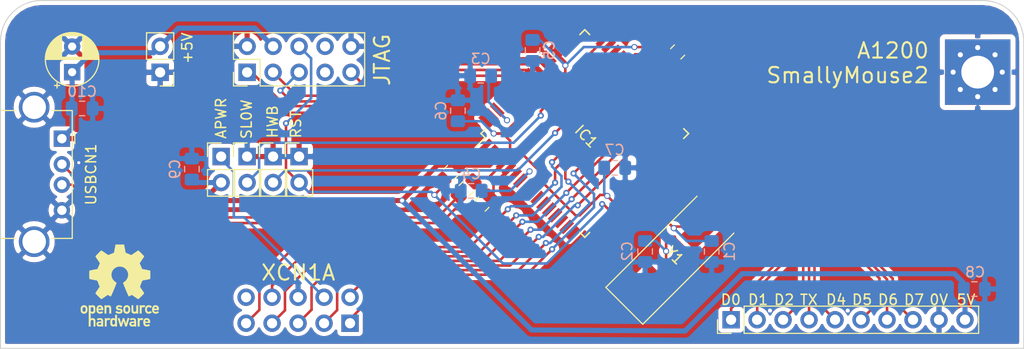
<source format=kicad_pcb>
(kicad_pcb (version 20171130) (host pcbnew "(5.1.5)-3")
  (title_block (title SmallyMouse2) (date 2017-05-27) (rev 2.0) (company http://www.WaitingForFriday.com) (comment 1 "(c)2017 Simon Inns") (comment 2 "License: Attribution-ShareAlike 4.0 International (CC BY-SA 4.0)"))
  (layers (0 F.Cu signal hide) (31 B.Cu signal) (34 B.Paste user) (35 F.Paste user hide) (36 B.SilkS user) (37 F.SilkS user hide) (38 B.Mask user) (39 F.Mask user hide) (44 Edge.Cuts user))
  (net 0 "")
  (net 1 "Net-(C1-Pad1)")
  (net 2 GND)
  (net 3 "Net-(C2-Pad1)")
  (net 4 "Net-(C3-Pad1)")
  (net 5 "Net-(C4-Pad1)")
  (net 6 +5V)
  (net 7 "Net-(IC1-Pad1)")
  (net 8 "Net-(IC1-Pad2)")
  (net 9 "Net-(IC1-Pad4)")
  (net 10 "Net-(IC1-Pad5)")
  (net 11 "Net-(IC1-Pad9)")
  (net 12 "Net-(IC1-Pad10)")
  (net 13 "Net-(IC1-Pad11)")
  (net 14 "Net-(IC1-Pad12)")
  (net 15 "Net-(IC1-Pad13)")
  (net 16 "Net-(IC1-Pad14)")
  (net 17 "Net-(IC1-Pad15)")
  (net 18 "Net-(IC1-Pad16)")
  (net 19 "Net-(IC1-Pad17)")
  (net 20 "Net-(IC1-Pad18)")
  (net 21 "Net-(IC1-Pad19)")
  (net 22 "Net-(IC1-Pad25)")
  (net 23 "Net-(IC1-Pad26)")
  (net 24 "Net-(IC1-Pad27)")
  (net 25 "Net-(IC1-Pad28)")
  (net 26 "Net-(IC1-Pad29)")
  (net 27 "Net-(IC1-Pad30)")
  (net 28 "Net-(IC1-Pad31)")
  (net 29 "Net-(IC1-Pad32)")
  (net 30 "Net-(IC1-Pad33)")
  (net 31 "Net-(IC1-Pad34)")
  (net 32 X1)
  (net 33 Y1)
  (net 34 X2)
  (net 35 Y2)
  (net 36 L_Button)
  (net 37 M_Button)
  (net 38 R_Button)
  (net 39 "Net-(IC1-Pad42)")
  (net 40 "Net-(IC1-Pad43)")
  (net 41 "Net-(IC1-Pad44)")
  (net 42 "Net-(IC1-Pad45)")
  (net 43 "Net-(IC1-Pad46)")
  (net 44 "Net-(IC1-Pad47)")
  (net 45 "Net-(IC1-Pad48)")
  (net 46 "Net-(IC1-Pad49)")
  (net 47 "Net-(IC1-Pad50)")
  (net 48 "Net-(IC1-Pad51)")
  (net 49 "Net-(IC1-Pad58)")
  (net 50 "Net-(IC1-Pad59)")
  (net 51 "Net-(IC1-Pad60)")
  (net 52 "Net-(IC1-Pad61)")
  (net 53 "Net-(P1-Pad3)")
  (net 54 "Net-(P1-Pad2)")
  (net 55 "Net-(J3-Pad10)")
  (net 56 "Net-(J4-Pad8)")
  (net 57 "Net-(J4-Pad7)")
  (net 58 /RST)
  (net 59 /TDI)
  (net 60 /TDO)
  (net 61 /TMS)
  (net 62 /TCK)
  (net 63 "Net-(J3-Pad7)")
  (module Connector_PinHeader_2.54mm:PinHeader_2x05_P2.54mm_Horizontal (layer F.Cu) (at 124.16 55 270)
    (fp_text reference J3 hide)
    (fp_text value XCN1A)
    (pad 5 thru_hole oval (at 2.54 10.16 270) (size 1.7 1.7) (drill 1) (layers *.Cu *.Mask) (net 37 M_Button))
    (pad 10 thru_hole oval (at 0 10.16 270) (size 1.7 1.7) (drill 1) (layers *.Cu *.Mask) (net 55 "Net-(J3-Pad10)"))
    (pad 4 thru_hole oval (at 2.54 7.62 270) (size 1.7 1.7) (drill 1) (layers *.Cu *.Mask) (net 34 X2))
    (pad 9 thru_hole oval (at 0 7.62 270) (size 1.7 1.7) (drill 1) (layers *.Cu *.Mask) (net 38 R_Button))
    (pad 3 thru_hole oval (at 2.54 5.08 270) (size 1.7 1.7) (drill 1) (layers *.Cu *.Mask) (net 33 Y1))
    (pad 8 thru_hole oval (at 0 5.08 270) (size 1.7 1.7) (drill 1) (layers *.Cu *.Mask) (net 2 GND))
    (pad 2 thru_hole oval (at 2.54 2.54 270) (size 1.7 1.7) (drill 1) (layers *.Cu *.Mask) (net 32 X1))
    (pad 7 thru_hole oval (at 0 2.54 270) (size 1.7 1.7) (drill 1) (layers *.Cu *.Mask) (net 63 "Net-(J3-Pad7)"))
    (pad 1 thru_hole rect (at 2.54 0 270) (size 1.7 1.7) (drill 1) (layers *.Cu *.Mask) (net 35 Y2))
    (pad 6 thru_hole circle (at 0 0 270) (size 1.7 1.7) (drill 1) (layers *.Cu *.Mask) (net 36 L_Button))
  )
  (module Connector_PinHeader_2.54mm:PinHeader_1x10_P2.54mm_Vertical (layer F.Cu) (at 161.4 57.2 90)
    (fp_text reference J1)
    (fp_text value "Exp Header")
    (pad 10 thru_hole oval (at 0 22.86 90) (size 1.7 1.7) (drill 1) (layers *.Cu *.Mask) (net 6 +5V))
    (pad 9 thru_hole oval (at 0 20.32 90) (size 1.7 1.7) (drill 1) (layers *.Cu *.Mask) (net 2 GND))
    (pad 8 thru_hole oval (at 0 17.78 90) (size 1.7 1.7) (drill 1) (layers *.Cu *.Mask) (net 29 "Net-(IC1-Pad32)"))
    (pad 7 thru_hole oval (at 0 15.24 90) (size 1.7 1.7) (drill 1) (layers *.Cu *.Mask) (net 28 "Net-(IC1-Pad31)"))
    (pad 6 thru_hole oval (at 0 12.7 90) (size 1.7 1.7) (drill 1) (layers *.Cu *.Mask) (net 27 "Net-(IC1-Pad30)"))
    (pad 5 thru_hole oval (at 0 10.16 90) (size 1.7 1.7) (drill 1) (layers *.Cu *.Mask) (net 26 "Net-(IC1-Pad29)"))
    (pad 4 thru_hole oval (at 0 7.62 90) (size 1.7 1.7) (drill 1) (layers *.Cu *.Mask) (net 25 "Net-(IC1-Pad28)"))
    (pad 3 thru_hole oval (at 0 5.08 90) (size 1.7 1.7) (drill 1) (layers *.Cu *.Mask) (net 24 "Net-(IC1-Pad27)"))
    (pad 2 thru_hole oval (at 0 2.54 90) (size 1.7 1.7) (drill 1) (layers *.Cu *.Mask) (net 23 "Net-(IC1-Pad26)"))
    (pad 1 thru_hole rect (at 0 0 90) (size 1.7 1.7) (drill 1) (layers *.Cu *.Mask) (net 22 "Net-(IC1-Pad25)"))
  )
  (module Connector_PinHeader_2.54mm:PinHeader_1x02_P2.54mm_Vertical (layer F.Cu) (at 119.18 41.25)
    (fp_text reference J6)
    (fp_text value Reset)
    (pad 2 thru_hole oval (at 0 2.54) (size 1.7 1.7) (drill 1) (layers *.Cu *.Mask) (net 58 /RST))
    (pad 1 thru_hole rect (at 0 0) (size 1.7 1.7) (drill 1) (layers *.Cu *.Mask) (net 2 GND))
  )
  (module Package_QFP:TQFP-64_14x14mm_P0.8mm (layer F.Cu) (at 147.1 39 45)
    (fp_text reference IC1 (at -0.1 0.3 135) (layer F.SilkS))
    (fp_text value AT90USB1287)
    (pad 64 smd rect (at -6 -7.7 135) (size 1.5 0.55) (layers F.Cu F.Paste F.Mask) (net 6 +5V))
    (pad 63 smd rect (at -5.2 -7.7 135) (size 1.5 0.55) (layers F.Cu F.Paste F.Mask) (net 2 GND))
    (pad 62 smd rect (at -4.4 -7.7 135) (size 1.5 0.55) (layers F.Cu F.Paste F.Mask) (net 4 "Net-(C3-Pad1)"))
    (pad 61 smd rect (at -3.6 -7.7 135) (size 1.5 0.55) (layers F.Cu F.Paste F.Mask) (net 52 "Net-(IC1-Pad61)"))
    (pad 60 smd rect (at -2.8 -7.7 135) (size 1.5 0.55) (layers F.Cu F.Paste F.Mask) (net 51 "Net-(IC1-Pad60)"))
    (pad 59 smd rect (at -2 -7.7 135) (size 1.5 0.55) (layers F.Cu F.Paste F.Mask) (net 50 "Net-(IC1-Pad59)"))
    (pad 58 smd rect (at -1.2 -7.7 135) (size 1.5 0.55) (layers F.Cu F.Paste F.Mask) (net 49 "Net-(IC1-Pad58)"))
    (pad 57 smd rect (at -0.4 -7.7 135) (size 1.5 0.55) (layers F.Cu F.Paste F.Mask) (net 62 /TCK))
    (pad 56 smd rect (at 0.4 -7.7 135) (size 1.5 0.55) (layers F.Cu F.Paste F.Mask) (net 61 /TMS))
    (pad 55 smd rect (at 1.2 -7.7 135) (size 1.5 0.55) (layers F.Cu F.Paste F.Mask) (net 60 /TDO))
    (pad 54 smd rect (at 2 -7.7 135) (size 1.5 0.55) (layers F.Cu F.Paste F.Mask) (net 59 /TDI))
    (pad 53 smd rect (at 2.8 -7.7 135) (size 1.5 0.55) (layers F.Cu F.Paste F.Mask) (net 2 GND))
    (pad 52 smd rect (at 3.6 -7.7 135) (size 1.5 0.55) (layers F.Cu F.Paste F.Mask) (net 6 +5V))
    (pad 51 smd rect (at 4.4 -7.7 135) (size 1.5 0.55) (layers F.Cu F.Paste F.Mask) (net 48 "Net-(IC1-Pad51)"))
    (pad 50 smd rect (at 5.2 -7.7 135) (size 1.5 0.55) (layers F.Cu F.Paste F.Mask) (net 47 "Net-(IC1-Pad50)"))
    (pad 49 smd rect (at 6 -7.7 135) (size 1.5 0.55) (layers F.Cu F.Paste F.Mask) (net 46 "Net-(IC1-Pad49)"))
    (pad 48 smd rect (at 7.7 -6 45) (size 1.5 0.55) (layers F.Cu F.Paste F.Mask) (net 45 "Net-(IC1-Pad48)"))
    (pad 47 smd rect (at 7.7 -5.2 45) (size 1.5 0.55) (layers F.Cu F.Paste F.Mask) (net 44 "Net-(IC1-Pad47)"))
    (pad 46 smd rect (at 7.7 -4.4 45) (size 1.5 0.55) (layers F.Cu F.Paste F.Mask) (net 43 "Net-(IC1-Pad46)"))
    (pad 45 smd rect (at 7.7 -3.6 45) (size 1.5 0.55) (layers F.Cu F.Paste F.Mask) (net 42 "Net-(IC1-Pad45)"))
    (pad 44 smd rect (at 7.7 -2.8 45) (size 1.5 0.55) (layers F.Cu F.Paste F.Mask) (net 41 "Net-(IC1-Pad44)"))
    (pad 43 smd rect (at 7.7 -2 45) (size 1.5 0.55) (layers F.Cu F.Paste F.Mask) (net 40 "Net-(IC1-Pad43)"))
    (pad 42 smd rect (at 7.7 -1.2 45) (size 1.5 0.55) (layers F.Cu F.Paste F.Mask) (net 39 "Net-(IC1-Pad42)"))
    (pad 41 smd rect (at 7.7 -0.4 45) (size 1.5 0.55) (layers F.Cu F.Paste F.Mask) (net 38 R_Button))
    (pad 40 smd rect (at 7.7 0.4 45) (size 1.5 0.55) (layers F.Cu F.Paste F.Mask) (net 37 M_Button))
    (pad 39 smd rect (at 7.7 1.2 45) (size 1.5 0.55) (layers F.Cu F.Paste F.Mask) (net 36 L_Button))
    (pad 38 smd rect (at 7.7 2 45) (size 1.5 0.55) (layers F.Cu F.Paste F.Mask) (net 35 Y2))
    (pad 37 smd rect (at 7.7 2.8 45) (size 1.5 0.55) (layers F.Cu F.Paste F.Mask) (net 34 X2))
    (pad 36 smd rect (at 7.7 3.6 45) (size 1.5 0.55) (layers F.Cu F.Paste F.Mask) (net 33 Y1))
    (pad 35 smd rect (at 7.7 4.4 45) (size 1.5 0.55) (layers F.Cu F.Paste F.Mask) (net 32 X1))
    (pad 34 smd rect (at 7.7 5.2 45) (size 1.5 0.55) (layers F.Cu F.Paste F.Mask) (net 31 "Net-(IC1-Pad34)"))
    (pad 33 smd rect (at 7.7 6 45) (size 1.5 0.55) (layers F.Cu F.Paste F.Mask) (net 30 "Net-(IC1-Pad33)"))
    (pad 32 smd rect (at 6 7.7 135) (size 1.5 0.55) (layers F.Cu F.Paste F.Mask) (net 29 "Net-(IC1-Pad32)"))
    (pad 31 smd rect (at 5.2 7.7 135) (size 1.5 0.55) (layers F.Cu F.Paste F.Mask) (net 28 "Net-(IC1-Pad31)"))
    (pad 30 smd rect (at 4.4 7.7 135) (size 1.5 0.55) (layers F.Cu F.Paste F.Mask) (net 27 "Net-(IC1-Pad30)"))
    (pad 29 smd rect (at 3.6 7.7 135) (size 1.5 0.55) (layers F.Cu F.Paste F.Mask) (net 26 "Net-(IC1-Pad29)"))
    (pad 28 smd rect (at 2.8 7.7 135) (size 1.5 0.55) (layers F.Cu F.Paste F.Mask) (net 25 "Net-(IC1-Pad28)"))
    (pad 27 smd rect (at 2 7.7 135) (size 1.5 0.55) (layers F.Cu F.Paste F.Mask) (net 24 "Net-(IC1-Pad27)"))
    (pad 26 smd rect (at 1.2 7.7 135) (size 1.5 0.55) (layers F.Cu F.Paste F.Mask) (net 23 "Net-(IC1-Pad26)"))
    (pad 25 smd rect (at 0.4 7.7 135) (size 1.5 0.55) (layers F.Cu F.Paste F.Mask) (net 22 "Net-(IC1-Pad25)"))
    (pad 24 smd rect (at -0.4 7.7 135) (size 1.5 0.55) (layers F.Cu F.Paste F.Mask) (net 1 "Net-(C1-Pad1)"))
    (pad 23 smd rect (at -1.2 7.7 135) (size 1.5 0.55) (layers F.Cu F.Paste F.Mask) (net 3 "Net-(C2-Pad1)"))
    (pad 22 smd rect (at -2 7.7 135) (size 1.5 0.55) (layers F.Cu F.Paste F.Mask) (net 2 GND))
    (pad 21 smd rect (at -2.8 7.7 135) (size 1.5 0.55) (layers F.Cu F.Paste F.Mask) (net 6 +5V))
    (pad 20 smd rect (at -3.6 7.7 135) (size 1.5 0.55) (layers F.Cu F.Paste F.Mask) (net 58 /RST))
    (pad 19 smd rect (at -4.4 7.7 135) (size 1.5 0.55) (layers F.Cu F.Paste F.Mask) (net 21 "Net-(IC1-Pad19)"))
    (pad 18 smd rect (at -5.2 7.7 135) (size 1.5 0.55) (layers F.Cu F.Paste F.Mask) (net 20 "Net-(IC1-Pad18)"))
    (pad 17 smd rect (at -6 7.7 135) (size 1.5 0.55) (layers F.Cu F.Paste F.Mask) (net 19 "Net-(IC1-Pad17)"))
    (pad 16 smd rect (at -7.7 6 45) (size 1.5 0.55) (layers F.Cu F.Paste F.Mask) (net 18 "Net-(IC1-Pad16)"))
    (pad 15 smd rect (at -7.7 5.2 45) (size 1.5 0.55) (layers F.Cu F.Paste F.Mask) (net 17 "Net-(IC1-Pad15)"))
    (pad 14 smd rect (at -7.7 4.4 45) (size 1.5 0.55) (layers F.Cu F.Paste F.Mask) (net 16 "Net-(IC1-Pad14)"))
    (pad 13 smd rect (at -7.7 3.6 45) (size 1.5 0.55) (layers F.Cu F.Paste F.Mask) (net 15 "Net-(IC1-Pad13)"))
    (pad 12 smd rect (at -7.7 2.8 45) (size 1.5 0.55) (layers F.Cu F.Paste F.Mask) (net 14 "Net-(IC1-Pad12)"))
    (pad 11 smd rect (at -7.7 2 45) (size 1.5 0.55) (layers F.Cu F.Paste F.Mask) (net 13 "Net-(IC1-Pad11)"))
    (pad 10 smd rect (at -7.7 1.2 45) (size 1.5 0.55) (layers F.Cu F.Paste F.Mask) (net 12 "Net-(IC1-Pad10)"))
    (pad 9 smd rect (at -7.7 0.4 45) (size 1.5 0.55) (layers F.Cu F.Paste F.Mask) (net 11 "Net-(IC1-Pad9)"))
    (pad 8 smd rect (at -7.7 -0.4 45) (size 1.5 0.55) (layers F.Cu F.Paste F.Mask) (net 6 +5V))
    (pad 7 smd rect (at -7.7 -1.2 45) (size 1.5 0.55) (layers F.Cu F.Paste F.Mask) (net 5 "Net-(C4-Pad1)"))
    (pad 6 smd rect (at -7.7 -2 45) (size 1.5 0.55) (layers F.Cu F.Paste F.Mask) (net 2 GND))
    (pad 5 smd rect (at -7.7 -2.8 45) (size 1.5 0.55) (layers F.Cu F.Paste F.Mask) (net 10 "Net-(IC1-Pad5)"))
    (pad 4 smd rect (at -7.7 -3.6 45) (size 1.5 0.55) (layers F.Cu F.Paste F.Mask) (net 9 "Net-(IC1-Pad4)"))
    (pad 3 smd rect (at -7.7 -4.4 45) (size 1.5 0.55) (layers F.Cu F.Paste F.Mask) (net 6 +5V))
    (pad 2 smd rect (at -7.7 -5.2 45) (size 1.5 0.55) (layers F.Cu F.Paste F.Mask) (net 8 "Net-(IC1-Pad2)"))
    (pad 1 smd rect (at -7.7 -6 45) (size 1.5 0.55) (layers F.Cu F.Paste F.Mask) (net 7 "Net-(IC1-Pad1)"))
  )
  (module Connector_PinHeader_2.54mm:PinHeader_1x02_P2.54mm_Vertical (layer F.Cu) (at 105.6 33.02 180)
    (fp_text reference J7 hide)
    (fp_text value +5V (at -2.65 2.37 270) (layer F.SilkS))
    (pad 2 thru_hole oval (at 0 2.54 180) (size 1.7 1.7) (drill 1) (layers *.Cu *.Mask) (net 6 +5V))
    (pad 1 thru_hole rect (at 0 0 180) (size 1.7 1.7) (drill 1) (layers *.Cu *.Mask) (net 2 GND))
  )
  (module Connector_PinHeader_2.54mm:PinHeader_1x02_P2.54mm_Vertical (layer F.Cu) (at 111.56 41.25)
    (fp_text reference J8)
    (fp_text value APWR (at -0.01 -3.75 270) (layer F.SilkS))
    (pad 2 thru_hole oval (at 0 2.54) (size 1.7 1.7) (drill 1) (layers *.Cu *.Mask) (net 6 +5V))
    (pad 1 thru_hole rect (at 0 0) (size 1.7 1.7) (drill 1) (layers *.Cu *.Mask) (net 63 "Net-(J3-Pad7)"))
  )
  (module Capacitor_THT:CP_Radial_D5.0mm_P2.50mm (layer F.Cu) (at 97 33 90)
    (fp_text reference C11)
    (fp_text value 100uF)
    (pad 2 thru_hole circle (at 2.5 0 90) (size 1.6 1.6) (drill 0.8) (layers *.Cu *.Mask) (net 2 GND))
    (pad 1 thru_hole rect (at 0 0 90) (size 1.6 1.6) (drill 0.8) (layers *.Cu *.Mask) (net 6 +5V))
  )
  (module MountingHole:MountingHole_3.2mm_M3_Pad_Via (layer F.Cu) (at 185.5 33)
    (fp_text reference H1 hide)
    (fp_text value MountingHole_Pad)
    (pad 1 thru_hole rect (at 0 0) (size 6.4 6.4) (drill 3.2) (layers *.Cu *.Mask) (net 2 GND))
    (pad 1 thru_hole circle (at 2.4 0) (size 0.8 0.8) (drill 0.5) (layers *.Cu *.Mask) (net 2 GND))
    (pad 1 thru_hole circle (at 1.697056 1.697056) (size 0.8 0.8) (drill 0.5) (layers *.Cu *.Mask) (net 2 GND))
    (pad 1 thru_hole circle (at 0 2.4) (size 0.8 0.8) (drill 0.5) (layers *.Cu *.Mask) (net 2 GND))
    (pad 1 thru_hole circle (at -1.697056 1.697056) (size 0.8 0.8) (drill 0.5) (layers *.Cu *.Mask) (net 2 GND))
    (pad 1 thru_hole circle (at -2.4 0) (size 0.8 0.8) (drill 0.5) (layers *.Cu *.Mask) (net 2 GND))
    (pad 1 thru_hole circle (at -1.697056 -1.697056) (size 0.8 0.8) (drill 0.5) (layers *.Cu *.Mask) (net 2 GND))
    (pad 1 thru_hole circle (at 0 -2.4) (size 0.8 0.8) (drill 0.5) (layers *.Cu *.Mask) (net 2 GND))
    (pad 1 thru_hole circle (at 1.697056 -1.697056) (size 0.8 0.8) (drill 0.5) (layers *.Cu *.Mask) (net 2 GND))
  )
  (module Symbol:OSHW-Logo_7.5x8mm_SilkScreen (layer F.Cu) (at 101.65 53.85)
    (fp_text reference REF** hide)
    (fp_text value OSHW-Logo_7.5x8mm_SilkScreen hide)
  )
  (module Capacitor_SMD:C_0805_2012Metric_Pad1.15x1.40mm_HandSolder (layer B.Cu) (at 97.975 36.55 180)
    (fp_text reference C10 (at 0 1.65 180) (layer B.SilkS) (effects (justify mirror)))
    (fp_text value 100nF)
    (pad 2 smd roundrect (at 1.025 0 180) (size 1.15 1.4) (layers B.Cu B.Paste B.Mask) (roundrect_rratio 0.217391) (net 6 +5V))
    (pad 1 smd roundrect (at -1.025 0 180) (size 1.15 1.4) (layers B.Cu B.Paste B.Mask) (roundrect_rratio 0.217391) (net 2 GND))
  )
  (module Connector_USB:USB_A_Stewart_SS-52100-001_Horizontal (layer F.Cu) (at 96 39.5 270)
    (fp_text reference P1)
    (fp_text value USBCN1 (at 3.5 -2.85 90) (layer F.SilkS))
    (pad 4 thru_hole circle (at 7 0 270) (size 1.6 1.6) (drill 0.92) (layers *.Cu *.Mask) (net 2 GND))
    (pad 3 thru_hole circle (at 4.5 0 270) (size 1.6 1.6) (drill 0.92) (layers *.Cu *.Mask) (net 53 "Net-(P1-Pad3)"))
    (pad 2 thru_hole circle (at 2.5 0 270) (size 1.6 1.6) (drill 0.92) (layers *.Cu *.Mask) (net 54 "Net-(P1-Pad2)"))
    (pad 1 thru_hole rect (at 0 0 270) (size 1.6 1.6) (drill 0.92) (layers *.Cu *.Mask) (net 6 +5V))
    (pad 5 thru_hole circle (at -3.07 2.71 270) (size 3 3) (drill 2.3) (layers *.Cu *.Mask) (net 2 GND))
    (pad 5 thru_hole circle (at 10.07 2.71 270) (size 3 3) (drill 2.3) (layers *.Cu *.Mask) (net 2 GND))
  )
  (module Capacitor_SMD:C_0805_2012Metric_Pad1.15x1.40mm_HandSolder (layer B.Cu) (at 108.7 42.475 270)
    (fp_text reference C9 (at 0 1.65 90) (layer B.SilkS) (effects (justify mirror)))
    (fp_text value 10uF)
    (pad 2 smd roundrect (at 1.025 0 270) (size 1.15 1.4) (layers B.Cu B.Paste B.Mask) (roundrect_rratio 0.217391) (net 6 +5V))
    (pad 1 smd roundrect (at -1.025 0 270) (size 1.15 1.4) (layers B.Cu B.Paste B.Mask) (roundrect_rratio 0.217391) (net 2 GND))
  )
  (module Connector_PinHeader_2.54mm:PinHeader_2x05_P2.54mm_Vertical (layer F.Cu) (at 114.1 33.02 90)
    (fp_text reference J4)
    (fp_text value JTAG)
    (pad 10 thru_hole oval (at 2.54 10.16 90) (size 1.7 1.7) (drill 1) (layers *.Cu *.Mask) (net 2 GND))
    (pad 9 thru_hole oval (at 0 10.16 90) (size 1.7 1.7) (drill 1) (layers *.Cu *.Mask) (net 59 /TDI))
    (pad 8 thru_hole oval (at 2.54 7.62 90) (size 1.7 1.7) (drill 1) (layers *.Cu *.Mask) (net 56 "Net-(J4-Pad8)"))
    (pad 7 thru_hole oval (at 0 7.62 90) (size 1.7 1.7) (drill 1) (layers *.Cu *.Mask) (net 57 "Net-(J4-Pad7)"))
    (pad 6 thru_hole oval (at 2.54 5.08 90) (size 1.7 1.7) (drill 1) (layers *.Cu *.Mask) (net 58 /RST))
    (pad 5 thru_hole oval (at 0 5.08 90) (size 1.7 1.7) (drill 1) (layers *.Cu *.Mask) (net 61 /TMS))
    (pad 4 thru_hole oval (at 2.54 2.54 90) (size 1.7 1.7) (drill 1) (layers *.Cu *.Mask) (net 6 +5V))
    (pad 3 thru_hole oval (at 0 2.54 90) (size 1.7 1.7) (drill 1) (layers *.Cu *.Mask) (net 60 /TDO))
    (pad 2 thru_hole oval (at 2.54 0 90) (size 1.7 1.7) (drill 1) (layers *.Cu *.Mask) (net 2 GND))
    (pad 1 thru_hole rect (at 0 0 90) (size 1.7 1.7) (drill 1) (layers *.Cu *.Mask) (net 62 /TCK))
  )
  (module Crystal:Crystal_SMD_HC49-SD (layer F.Cu) (at 155.7 51.1 45)
    (fp_text reference Y1 (at 0.25 0 135) (layer F.SilkS))
    (fp_text value "16 MHz Crystal")
    (pad 2 smd rect (at 4.25 0 45) (size 4.5 2) (layers F.Cu F.Paste F.Mask) (net 1 "Net-(C1-Pad1)"))
    (pad 1 smd rect (at -4.25 0 45) (size 4.5 2) (layers F.Cu F.Paste F.Mask) (net 3 "Net-(C2-Pad1)"))
  )
  (module Connector_PinHeader_2.54mm:PinHeader_1x02_P2.54mm_Vertical (layer F.Cu) (at 114.1 41.25)
    (fp_text reference J2 hide)
    (fp_text value Slow/Fast)
    (pad 2 thru_hole oval (at 0 2.54) (size 1.7 1.7) (drill 1) (layers *.Cu *.Mask) (net 44 "Net-(IC1-Pad47)"))
    (pad 1 thru_hole rect (at 0 0) (size 1.7 1.7) (drill 1) (layers *.Cu *.Mask) (net 2 GND))
  )
  (module Capacitor_SMD:C_0805_2012Metric_Pad1.15x1.40mm_HandSolder (layer B.Cu) (at 159.5 50.525 270)
    (fp_text reference C1 (at 0 -1.75 90) (layer B.SilkS) (effects (justify mirror)))
    (fp_text value 22pF)
    (pad 2 smd roundrect (at 1.025 0 270) (size 1.15 1.4) (layers B.Cu B.Paste B.Mask) (roundrect_rratio 0.217391) (net 2 GND))
    (pad 1 smd roundrect (at -1.025 0 270) (size 1.15 1.4) (layers B.Cu B.Paste B.Mask) (roundrect_rratio 0.217391) (net 1 "Net-(C1-Pad1)"))
  )
  (module Resistor_SMD:R_0805_2012Metric_Pad1.15x1.40mm_HandSolder (layer F.Cu) (at 134 42.8 45)
    (fp_text reference R4)
    (fp_text value 10K)
    (pad 2 smd roundrect (at 1.025 0 45) (size 1.15 1.4) (layers F.Cu F.Paste F.Mask) (roundrect_rratio 0.217391) (net 6 +5V))
    (pad 1 smd roundrect (at -1.025 0 45) (size 1.15 1.4) (layers F.Cu F.Paste F.Mask) (roundrect_rratio 0.217391) (net 58 /RST))
  )
  (module Resistor_SMD:R_0805_2012Metric_Pad1.15x1.40mm_HandSolder (layer F.Cu) (at 156.175216 31.024784 45)
    (fp_text reference R3)
    (fp_text value 10K)
    (pad 2 smd roundrect (at 1.025 0 45) (size 1.15 1.4) (layers F.Cu F.Paste F.Mask) (roundrect_rratio 0.217391) (net 6 +5V))
    (pad 1 smd roundrect (at -1.025 0 45) (size 1.15 1.4) (layers F.Cu F.Paste F.Mask) (roundrect_rratio 0.217391) (net 40 "Net-(IC1-Pad43)"))
  )
  (module Resistor_SMD:R_0805_2012Metric_Pad1.15x1.40mm_HandSolder (layer F.Cu) (at 135.5 44.4 225)
    (fp_text reference R2)
    (fp_text value 22R)
    (pad 2 smd roundrect (at 1.025 0 225) (size 1.15 1.4) (layers F.Cu F.Paste F.Mask) (roundrect_rratio 0.217391) (net 54 "Net-(P1-Pad2)"))
    (pad 1 smd roundrect (at -1.025 0 225) (size 1.15 1.4) (layers F.Cu F.Paste F.Mask) (roundrect_rratio 0.217391) (net 9 "Net-(IC1-Pad4)"))
  )
  (module Resistor_SMD:R_0805_2012Metric_Pad1.15x1.40mm_HandSolder (layer F.Cu) (at 137.05 45.9 225)
    (fp_text reference R1)
    (fp_text value 22R)
    (pad 2 smd roundrect (at 1.025 0 225) (size 1.15 1.4) (layers F.Cu F.Paste F.Mask) (roundrect_rratio 0.217391) (net 53 "Net-(P1-Pad3)"))
    (pad 1 smd roundrect (at -1.025 0 225) (size 1.15 1.4) (layers F.Cu F.Paste F.Mask) (roundrect_rratio 0.217391) (net 10 "Net-(IC1-Pad5)"))
  )
  (module Capacitor_SMD:C_0805_2012Metric_Pad1.15x1.40mm_HandSolder (layer B.Cu) (at 185.175 54.2 180)
    (fp_text reference C8 (at -0.075 1.65 180) (layer B.SilkS) (effects (justify mirror)))
    (fp_text value 100nF)
    (pad 2 smd roundrect (at 1.025 0 180) (size 1.15 1.4) (layers B.Cu B.Paste B.Mask) (roundrect_rratio 0.217391) (net 6 +5V))
    (pad 1 smd roundrect (at -1.025 0 180) (size 1.15 1.4) (layers B.Cu B.Paste B.Mask) (roundrect_rratio 0.217391) (net 2 GND))
  )
  (module Capacitor_SMD:C_0805_2012Metric_Pad1.15x1.40mm_HandSolder (layer B.Cu) (at 150.025 42.35 180)
    (fp_text reference C7 (at 0 1.75) (layer B.SilkS) (effects (justify mirror)))
    (fp_text value 100nF)
    (pad 2 smd roundrect (at 1.025 0 180) (size 1.15 1.4) (layers B.Cu B.Paste B.Mask) (roundrect_rratio 0.217391) (net 6 +5V))
    (pad 1 smd roundrect (at -1.025 0 180) (size 1.15 1.4) (layers B.Cu B.Paste B.Mask) (roundrect_rratio 0.217391) (net 2 GND))
  )
  (module Capacitor_SMD:C_0805_2012Metric_Pad1.15x1.40mm_HandSolder (layer B.Cu) (at 134.7 36.775 270)
    (fp_text reference C6 (at 0 1.65 90) (layer B.SilkS) (effects (justify mirror)))
    (fp_text value 100nF)
    (pad 2 smd roundrect (at 1.025 0 270) (size 1.15 1.4) (layers B.Cu B.Paste B.Mask) (roundrect_rratio 0.217391) (net 6 +5V))
    (pad 1 smd roundrect (at -1.025 0 270) (size 1.15 1.4) (layers B.Cu B.Paste B.Mask) (roundrect_rratio 0.217391) (net 2 GND))
  )
  (module Capacitor_SMD:C_0805_2012Metric_Pad1.15x1.40mm_HandSolder (layer B.Cu) (at 142 30.875 90)
    (fp_text reference C5 (at 0.025 1.65 90) (layer B.SilkS) (effects (justify mirror)))
    (fp_text value 100nF)
    (pad 2 smd roundrect (at 1.025 0 90) (size 1.15 1.4) (layers B.Cu B.Paste B.Mask) (roundrect_rratio 0.217391) (net 6 +5V))
    (pad 1 smd roundrect (at -1.025 0 90) (size 1.15 1.4) (layers B.Cu B.Paste B.Mask) (roundrect_rratio 0.217391) (net 2 GND))
  )
  (module Capacitor_SMD:C_0805_2012Metric_Pad1.15x1.40mm_HandSolder (layer B.Cu) (at 136 44.6 180)
    (fp_text reference C4 (at 0 1.65 180) (layer B.SilkS) (effects (justify mirror)))
    (fp_text value 1uF)
    (pad 2 smd roundrect (at 1.025 0 180) (size 1.15 1.4) (layers B.Cu B.Paste B.Mask) (roundrect_rratio 0.217391) (net 2 GND))
    (pad 1 smd roundrect (at -1.025 0 180) (size 1.15 1.4) (layers B.Cu B.Paste B.Mask) (roundrect_rratio 0.217391) (net 5 "Net-(C4-Pad1)"))
  )
  (module Capacitor_SMD:C_0805_2012Metric_Pad1.15x1.40mm_HandSolder (layer B.Cu) (at 136.925 33.35 180)
    (fp_text reference C3 (at 0 1.65) (layer B.SilkS) (effects (justify mirror)))
    (fp_text value 100nF)
    (pad 2 smd roundrect (at 1.025 0 180) (size 1.15 1.4) (layers B.Cu B.Paste B.Mask) (roundrect_rratio 0.217391) (net 2 GND))
    (pad 1 smd roundrect (at -1.025 0 180) (size 1.15 1.4) (layers B.Cu B.Paste B.Mask) (roundrect_rratio 0.217391) (net 4 "Net-(C3-Pad1)"))
  )
  (module Capacitor_SMD:C_0805_2012Metric_Pad1.15x1.40mm_HandSolder (layer B.Cu) (at 153 50.525 270)
    (fp_text reference C2 (at -0.025 1.75 90) (layer B.SilkS) (effects (justify mirror)))
    (fp_text value 22pF)
    (pad 2 smd roundrect (at 1.025 0 270) (size 1.15 1.4) (layers B.Cu B.Paste B.Mask) (roundrect_rratio 0.217391) (net 2 GND))
    (pad 1 smd roundrect (at -1.025 0 270) (size 1.15 1.4) (layers B.Cu B.Paste B.Mask) (roundrect_rratio 0.217391) (net 3 "Net-(C2-Pad1)"))
  )
  (module Connector_PinHeader_2.54mm:PinHeader_1x02_P2.54mm_Vertical (layer F.Cu) (at 116.64 41.25)
    (fp_text reference J5 hide)
    (fp_text value Bootloader)
    (pad 2 thru_hole oval (at 0 2.54) (size 1.7 1.7) (drill 1) (layers *.Cu *.Mask) (net 40 "Net-(IC1-Pad43)"))
    (pad 1 thru_hole rect (at 0 0) (size 1.7 1.7) (drill 1) (layers *.Cu *.Mask) (net 2 GND))
  )
  (gr_text TX (at 168.995 55.25) (layer F.SilkS) (effects (font (size 1 1))))
  (gr_text JTAG (at 127.3 31.8 90) (layer F.SilkS) (effects (font (size 1.5 1.5) (thickness 0.2))))
  (gr_text "A1200\nSmallyMouse2" (at 180.85 32.1) (layer F.SilkS) (effects (font (size 1.5 1.5) (thickness 0.2)) (justify right)))
  (gr_text XCN1A (at 119.1 52.6) (layer F.SilkS) (effects (font (size 1.5 1.5) (thickness 0.2))))
  (gr_line (start 186 26) (end 94 26) (layer Edge.Cuts) (width 0.1))
  (gr_line (start 190 60) (end 190 30) (layer Edge.Cuts) (width 0.1))
  (gr_line (start 90 60) (end 190 60) (layer Edge.Cuts) (width 0.1))
  (gr_line (start 90 30) (end 90 60) (layer Edge.Cuts) (width 0.1))
  (gr_arc (start 94 30) (end 94 26) (angle -90) (layer Edge.Cuts) (width 0.1))
  (gr_arc (start 186 30) (end 190 30) (angle -90) (layer Edge.Cuts) (width 0.1))
  (gr_text D7 (at 179.282 55.24) (layer F.SilkS) (effects (font (size 1 1))))
  (gr_text D6 (at 176.742 55.24) (layer F.SilkS) (effects (font (size 1 1))))
  (gr_text D5 (at 174.202 55.24) (layer F.SilkS) (effects (font (size 1 1))))
  (gr_text D4 (at 171.662 55.24) (layer F.SilkS) (effects (font (size 1 1))))
  (gr_text D2 (at 166.582 55.24) (layer F.SilkS) (effects (font (size 1 1))))
  (gr_text D1 (at 164.042 55.24) (layer F.SilkS) (effects (font (size 1 1))))
  (gr_text D0 (at 161.375 55.24) (layer F.SilkS) (effects (font (size 1 1))))
  (gr_text 0V (at 181.695 55.24) (layer F.SilkS) (effects (font (size 1 1))))
  (gr_text 5V (at 184.362 55.24) (layer F.SilkS) (effects (font (size 1 1))))
  (gr_text HWB (at 116.586 37.846 90) (layer F.SilkS) (effects (font (size 1 1))))
  (gr_text RST (at 118.872 38.1 90) (layer F.SilkS) (effects (font (size 1 1))))
  (gr_text "SL0W\n" (at 114.046 37.6 90) (layer F.SilkS) (effects (font (size 1 1))))
  (segment (start 152.277565 44.727565) (end 155.500001 47.950001) (width 0.25) (layer F.Cu) (net 1))
  (segment (start 155.500001 47.950001) (end 155.8 48.25) (width 0.25) (layer F.Cu) (net 1))
  (segment (start 158.705204 48.094796) (end 155.955204 48.094796) (width 0.25) (layer F.Cu) (net 1))
  (via (at 155.8 48.25) (size 0.6) (drill 0.4) (layers F.Cu B.Cu) (net 1))
  (segment (start 159.5 49.5) (end 157.05 49.5) (width 0.25) (layer B.Cu) (net 1))
  (segment (start 152.26188 44.727565) (end 152.277565 44.727565) (width 0.25) (layer F.Cu) (net 1))
  (segment (start 157.05 49.5) (end 155.8 48.25) (width 0.25) (layer B.Cu) (net 1))
  (segment (start 155.955204 48.094796) (end 155.8 48.25) (width 0.25) (layer F.Cu) (net 1))
  (via (at 97.65 41.85) (size 0.6) (drill 0.3) (layers F.Cu B.Cu) (net 2))
  (segment (start 140.241064 43.030509) (end 140.241064 43.058936) (width 0.25) (layer F.Cu) (net 2))
  (segment (start 140.241064 43.058936) (end 139.756956 43.543044) (width 0.25) (layer F.Cu) (net 2))
  (segment (start 139.756956 43.543044) (end 139.2 44.1) (width 0.25) (layer F.Cu) (net 2))
  (via (at 172.8 56.3) (size 0.6) (drill 0.4) (layers F.Cu B.Cu) (net 2))
  (segment (start 151.130509 45.858936) (end 151.158936 45.858936) (width 0.25) (layer F.Cu) (net 2))
  (segment (start 151.158936 45.858936) (end 152.3 47) (width 0.25) (layer F.Cu) (net 2))
  (segment (start 137.978323 37.232233) (end 137.978323 37.228323) (width 0.25) (layer F.Cu) (net 2))
  (segment (start 137.978323 37.228323) (end 136.65 35.9) (width 0.25) (layer F.Cu) (net 2))
  (segment (start 143.635177 31.575379) (end 143.635177 31.535177) (width 0.25) (layer F.Cu) (net 2))
  (segment (start 143.635177 31.535177) (end 142.6 30.5) (width 0.25) (layer F.Cu) (net 2))
  (via (at 165.2 56.3) (size 0.6) (drill 0.4) (layers F.Cu B.Cu) (net 2))
  (segment (start 185.5 33) (end 185.5 36.45) (width 0.25) (layer B.Cu) (net 2))
  (segment (start 155.05 50.075736) (end 155.05 50.5) (width 0.25) (layer F.Cu) (net 3))
  (segment (start 151.696194 45.29325) (end 155.05 48.647056) (width 0.25) (layer F.Cu) (net 3))
  (segment (start 153 49.5) (end 154.05 49.5) (width 0.25) (layer B.Cu) (net 3))
  (segment (start 152.694796 54.105204) (end 155.05 51.75) (width 0.25) (layer F.Cu) (net 3))
  (segment (start 155.05 48.647056) (end 155.05 50.075736) (width 0.25) (layer F.Cu) (net 3))
  (segment (start 155.05 51.75) (end 155.05 50.5) (width 0.25) (layer F.Cu) (net 3))
  (segment (start 154.05 49.5) (end 155.05 50.5) (width 0.25) (layer B.Cu) (net 3))
  (via (at 155.05 50.5) (size 0.6) (drill 0.4) (layers F.Cu B.Cu) (net 3))
  (via (at 139.5 37.7) (size 0.6) (drill 0.4) (layers F.Cu B.Cu) (net 4))
  (segment (start 138.544008 36.744008) (end 139.5 37.7) (width 0.25) (layer F.Cu) (net 4))
  (segment (start 138.544008 36.666548) (end 138.544008 36.744008) (width 0.25) (layer F.Cu) (net 4))
  (segment (start 137.7 35.9) (end 139.5 37.7) (width 0.25) (layer B.Cu) (net 4))
  (segment (start 137.95 33.35) (end 137.7 33.6) (width 0.25) (layer B.Cu) (net 4))
  (segment (start 137.7 33.6) (end 137.7 35.9) (width 0.25) (layer B.Cu) (net 4))
  (segment (start 137.025 44.6) (end 139.8 44.6) (width 0.25) (layer B.Cu) (net 5))
  (via (at 141.7 42.7) (size 0.6) (drill 0.4) (layers F.Cu B.Cu) (net 5))
  (segment (start 139.8 44.6) (end 141.7 42.7) (width 0.25) (layer B.Cu) (net 5))
  (segment (start 141.7 42.702944) (end 140.80675 43.596194) (width 0.25) (layer F.Cu) (net 5))
  (segment (start 141.7 42.7) (end 141.7 42.702944) (width 0.25) (layer F.Cu) (net 5))
  (segment (start 97 38.5) (end 96 39.5) (width 0.5) (layer B.Cu) (net 6))
  (segment (start 97 33) (end 97 38.5) (width 0.5) (layer B.Cu) (net 6))
  (segment (start 137.740201 43.26863) (end 139.109693 41.899138) (width 0.25) (layer F.Cu) (net 9))
  (segment (start 136.63137 43.26863) (end 137.740201 43.26863) (width 0.25) (layer F.Cu) (net 9))
  (segment (start 136.224784 43.675216) (end 136.63137 43.26863) (width 0.25) (layer F.Cu) (net 9))
  (segment (start 138.18137 43.958832) (end 139.675379 42.464823) (width 0.25) (layer F.Cu) (net 10))
  (segment (start 138.18137 44.76863) (end 138.18137 43.958832) (width 0.25) (layer F.Cu) (net 10))
  (segment (start 137.774784 45.175216) (end 138.18137 44.76863) (width 0.25) (layer F.Cu) (net 10))
  (via (at 142.6 49.1) (size 0.6) (drill 0.3) (layers F.Cu B.Cu) (net 32))
  (segment (start 142.6 49.1) (end 143.024264 49.1) (width 0.25) (layer B.Cu) (net 32))
  (segment (start 143.024264 49.1) (end 146.109678 46.014586) (width 0.25) (layer B.Cu) (net 32))
  (segment (start 155.655992 36.770749) (end 146.412155 46.014586) (width 0.25) (layer F.Cu) (net 32))
  (segment (start 146.109678 46.014586) (end 146.412155 46.014586) (width 0.25) (layer B.Cu) (net 32))
  (via (at 146.412155 46.014586) (size 0.6) (drill 0.3) (layers F.Cu B.Cu) (net 32))
  (segment (start 155.655992 36.666548) (end 155.655992 36.770749) (width 0.25) (layer F.Cu) (net 32))
  (via (at 141.8 48.39997) (size 0.6) (drill 0.3) (layers F.Cu B.Cu) (net 33))
  (segment (start 142.826771 48.39997) (end 145.812155 45.414586) (width 0.25) (layer B.Cu) (net 33))
  (segment (start 155.090307 36.136434) (end 145.812155 45.414586) (width 0.25) (layer F.Cu) (net 33))
  (segment (start 141.8 48.39997) (end 142.826771 48.39997) (width 0.25) (layer B.Cu) (net 33))
  (segment (start 155.090307 36.100862) (end 155.090307 36.136434) (width 0.25) (layer F.Cu) (net 33))
  (via (at 145.812155 45.414586) (size 0.6) (drill 0.3) (layers F.Cu B.Cu) (net 33))
  (segment (start 154.524621 35.535177) (end 154.524621 35.575379) (width 0.25) (layer F.Cu) (net 34))
  (segment (start 154.524621 35.575379) (end 145.3 44.8) (width 0.25) (layer F.Cu) (net 34))
  (via (at 145.3 44.8) (size 0.6) (drill 0.3) (layers F.Cu B.Cu) (net 34))
  (segment (start 142.47499 47.62501) (end 141.002752 47.62501) (width 0.25) (layer B.Cu) (net 34))
  (segment (start 145.3 44.8) (end 142.47499 47.62501) (width 0.25) (layer B.Cu) (net 34))
  (via (at 141.002752 47.62501) (size 0.6) (drill 0.3) (layers F.Cu B.Cu) (net 34))
  (via (at 143.908051 50.308051) (size 0.6) (drill 0.3) (layers F.Cu B.Cu) (net 35))
  (segment (start 153.930509 34.969491) (end 146 42.9) (width 0.25) (layer F.Cu) (net 35))
  (via (at 146 42.9) (size 0.6) (drill 0.3) (layers F.Cu B.Cu) (net 35))
  (segment (start 153.958936 34.969491) (end 153.930509 34.969491) (width 0.25) (layer F.Cu) (net 35))
  (segment (start 147.999999 44.899999) (end 146 42.9) (width 0.25) (layer B.Cu) (net 35))
  (segment (start 143.908051 50.308051) (end 147.999999 46.216103) (width 0.25) (layer B.Cu) (net 35))
  (segment (start 147.999999 46.216103) (end 147.999999 44.899999) (width 0.25) (layer B.Cu) (net 35))
  (via (at 143.299996 49.7) (size 0.6) (drill 0.3) (layers F.Cu B.Cu) (net 36))
  (segment (start 147.549989 45.749989) (end 145.5 43.7) (width 0.25) (layer B.Cu) (net 36))
  (segment (start 147.549989 45.874271) (end 147.549989 45.749989) (width 0.25) (layer B.Cu) (net 36))
  (via (at 145.5 43.7) (size 0.6) (drill 0.3) (layers F.Cu B.Cu) (net 36))
  (segment (start 143.72426 49.7) (end 147.549989 45.874271) (width 0.25) (layer B.Cu) (net 36))
  (segment (start 143.299996 49.7) (end 143.72426 49.7) (width 0.25) (layer B.Cu) (net 36))
  (segment (start 145.200001 42.597055) (end 145.200001 43.400001) (width 0.25) (layer F.Cu) (net 36))
  (segment (start 153.39325 34.403806) (end 145.200001 42.597055) (width 0.25) (layer F.Cu) (net 36))
  (segment (start 145.200001 43.400001) (end 145.5 43.7) (width 0.25) (layer F.Cu) (net 36))
  (via (at 139.57499 46.4) (size 0.6) (drill 0.3) (layers F.Cu B.Cu) (net 37))
  (segment (start 144.2 42.465685) (end 144.2 43.799992) (width 0.25) (layer F.Cu) (net 37))
  (segment (start 152.827565 33.83812) (end 144.2 42.465685) (width 0.25) (layer F.Cu) (net 37))
  (via (at 144.2 43.799992) (size 0.6) (drill 0.3) (layers F.Cu B.Cu) (net 37))
  (segment (start 139.57499 46.4) (end 139.87499 46.1) (width 0.25) (layer B.Cu) (net 37))
  (segment (start 141.899992 46.1) (end 144.2 43.799992) (width 0.25) (layer B.Cu) (net 37))
  (segment (start 139.87499 46.1) (end 141.899992 46.1) (width 0.25) (layer B.Cu) (net 37))
  (via (at 140.400008 47) (size 0.6) (drill 0.3) (layers F.Cu B.Cu) (net 38))
  (via (at 143.9 41.8) (size 0.6) (drill 0.3) (layers F.Cu B.Cu) (net 38))
  (segment (start 144.825002 43.149266) (end 143.9 42.224264) (width 0.25) (layer B.Cu) (net 38))
  (segment (start 143.9 42.224264) (end 143.9 41.8) (width 0.25) (layer B.Cu) (net 38))
  (segment (start 152.26188 33.43812) (end 143.9 41.8) (width 0.25) (layer F.Cu) (net 38))
  (segment (start 142.025004 47) (end 144.825002 44.200002) (width 0.25) (layer B.Cu) (net 38))
  (segment (start 144.825002 44.200002) (end 144.825002 43.149266) (width 0.25) (layer B.Cu) (net 38))
  (segment (start 152.26188 33.272435) (end 152.26188 33.43812) (width 0.25) (layer F.Cu) (net 38))
  (segment (start 140.400008 47) (end 142.025004 47) (width 0.25) (layer B.Cu) (net 38))
  (segment (start 152.016979 31.254594) (end 151.130509 32.141064) (width 0.25) (layer F.Cu) (net 40))
  (segment (start 154.955458 31.254594) (end 152.016979 31.254594) (width 0.25) (layer F.Cu) (net 40))
  (segment (start 155.450432 31.749568) (end 154.955458 31.254594) (width 0.25) (layer F.Cu) (net 40))
  (segment (start 101.2 47.2) (end 96 42) (width 0.25) (layer F.Cu) (net 54))
  (segment (start 134.775216 45.124784) (end 132.7 47.2) (width 0.25) (layer F.Cu) (net 54))
  (segment (start 132.7 47.2) (end 101.2 47.2) (width 0.25) (layer F.Cu) (net 54))
  (segment (start 125.109999 33.869999) (end 125.109999 33.923999) (width 0.25) (layer F.Cu) (net 59))
  (segment (start 124.26 33.02) (end 125.109999 33.869999) (width 0.25) (layer F.Cu) (net 59))
  (segment (start 125.109999 33.923999) (end 125.984 34.798) (width 0.25) (layer F.Cu) (net 59))
  (segment (start 125.984 34.798) (end 129.54 34.798) (width 0.25) (layer F.Cu) (net 59))
  (segment (start 142.585383 31.656956) (end 143.069491 32.141064) (width 0.25) (layer F.Cu) (net 59))
  (segment (start 132.681044 31.656956) (end 142.585383 31.656956) (width 0.25) (layer F.Cu) (net 59))
  (segment (start 129.54 34.798) (end 132.681044 31.656956) (width 0.25) (layer F.Cu) (net 59))
  (segment (start 132.751769 32.222641) (end 142.019697 32.222641) (width 0.25) (layer F.Cu) (net 60))
  (segment (start 116.64 33.02) (end 118.926 35.306) (width 0.25) (layer F.Cu) (net 60))
  (segment (start 129.66841 35.306) (end 132.751769 32.222641) (width 0.25) (layer F.Cu) (net 60))
  (segment (start 142.019697 32.222641) (end 142.503806 32.70675) (width 0.25) (layer F.Cu) (net 60))
  (segment (start 118.926 35.306) (end 129.66841 35.306) (width 0.25) (layer F.Cu) (net 60))
  (segment (start 118.409999 35.859999) (end 117.348 34.798) (width 0.25) (layer F.Cu) (net 61))
  (segment (start 132.822495 32.788326) (end 129.750822 35.859999) (width 0.25) (layer F.Cu) (net 61))
  (segment (start 117.402 34.798) (end 117.348 34.798) (width 0.25) (layer B.Cu) (net 61))
  (segment (start 129.750822 35.859999) (end 118.409999 35.859999) (width 0.25) (layer F.Cu) (net 61))
  (via (at 117.348 34.798) (size 0.6) (drill 0.3) (layers F.Cu B.Cu) (net 61))
  (segment (start 119.18 33.02) (end 117.402 34.798) (width 0.25) (layer B.Cu) (net 61))
  (segment (start 141.454011 32.788326) (end 132.822495 32.788326) (width 0.25) (layer F.Cu) (net 61))
  (segment (start 141.93812 33.272435) (end 141.454011 32.788326) (width 0.25) (layer F.Cu) (net 61))
  (segment (start 140.888327 33.354012) (end 141.372435 33.83812) (width 0.25) (layer F.Cu) (net 62))
  (segment (start 114.554 33.02) (end 117.856 36.322) (width 0.25) (layer F.Cu) (net 62))
  (segment (start 114.1 33.02) (end 114.554 33.02) (width 0.25) (layer F.Cu) (net 62))
  (segment (start 117.856 36.322) (end 129.925232 36.322) (width 0.25) (layer F.Cu) (net 62))
  (segment (start 132.89322 33.354012) (end 140.888327 33.354012) (width 0.25) (layer F.Cu) (net 62))
  (segment (start 129.925232 36.322) (end 132.89322 33.354012) (width 0.25) (layer F.Cu) (net 62))
  (segment (start 108.99 43.79) (end 108.7 43.5) (width 0.5) (layer B.Cu) (net 6))
  (segment (start 111.56 43.79) (end 108.99 43.79) (width 0.5) (layer B.Cu) (net 6))
  (segment (start 98.9 31.1) (end 97 33) (width 0.5) (layer B.Cu) (net 6))
  (segment (start 105.6 30.48) (end 104.98 31.1) (width 0.5) (layer B.Cu) (net 6))
  (segment (start 104.98 31.1) (end 98.9 31.1) (width 0.5) (layer B.Cu) (net 6))
  (segment (start 116.64 30.48) (end 114.86 28.7) (width 0.5) (layer B.Cu) (net 6))
  (segment (start 107.38 28.7) (end 105.6 30.48) (width 0.5) (layer B.Cu) (net 6))
  (segment (start 114.86 28.7) (end 107.38 28.7) (width 0.5) (layer B.Cu) (net 6))
  (segment (start 146.6 47) (end 146.2 47) (width 0.25) (layer F.Cu) (net 6))
  (segment (start 142.8 43.6) (end 141.934315 43.6) (width 0.25) (layer F.Cu) (net 6))
  (segment (start 150.080715 45.940513) (end 150.080715 45.880715) (width 0.25) (layer F.Cu) (net 6))
  (segment (start 141.934315 43.6) (end 141.372435 44.16188) (width 0.25) (layer F.Cu) (net 6))
  (segment (start 150.564823 46.424621) (end 150.080715 45.940513) (width 0.25) (layer F.Cu) (net 6))
  (segment (start 146.2 47) (end 142.8 43.6) (width 0.25) (layer F.Cu) (net 6))
  (segment (start 149.2 45) (end 148.6 45) (width 0.25) (layer F.Cu) (net 6))
  (segment (start 138.544008 41.333452) (end 139.27746 40.6) (width 0.25) (layer F.Cu) (net 6))
  (segment (start 139.27746 40.6) (end 139.8 40.6) (width 0.25) (layer F.Cu) (net 6))
  (segment (start 137.412637 37.797918) (end 137.412637 38.186826) (width 0.25) (layer F.Cu) (net 6))
  (segment (start 137.412637 38.186826) (end 138.2 39) (width 0.25) (layer F.Cu) (net 6))
  (segment (start 148.6 45) (end 146.6 47) (width 0.25) (layer F.Cu) (net 6))
  (segment (start 109.85 45.55) (end 109.85 45.5) (width 0.5) (layer F.Cu) (net 6))
  (segment (start 109.85 45.5) (end 111.56 43.79) (width 0.5) (layer F.Cu) (net 6))
  (segment (start 97.3 39.5) (end 96 39.5) (width 0.5) (layer F.Cu) (net 6))
  (segment (start 137.77746 42.1) (end 132.7 42.1) (width 0.5) (layer F.Cu) (net 6))
  (segment (start 132.7 42.1) (end 129.25 45.55) (width 0.5) (layer F.Cu) (net 6))
  (segment (start 138.544008 41.333452) (end 137.77746 42.1) (width 0.5) (layer F.Cu) (net 6))
  (segment (start 129.25 45.55) (end 103.35 45.55) (width 0.5) (layer F.Cu) (net 6))
  (segment (start 103.35 45.55) (end 97.3 39.5) (width 0.5) (layer F.Cu) (net 6))
  (segment (start 184.26 54.435) (end 184.025 54.2) (width 0.5) (layer B.Cu) (net 6))
  (segment (start 184.26 57.2) (end 184.26 54.435) (width 0.5) (layer B.Cu) (net 6))
  (segment (start 183.225 52.7) (end 162.5 52.7) (width 0.5) (layer B.Cu) (net 6))
  (segment (start 162.5 52.7) (end 156.9 58.3) (width 0.5) (layer B.Cu) (net 6))
  (segment (start 184.025 54.2) (end 184.025 53.5) (width 0.5) (layer B.Cu) (net 6))
  (segment (start 184.025 53.5) (end 183.225 52.7) (width 0.5) (layer B.Cu) (net 6))
  (via (at 129.25 45.55) (size 0.6) (drill 0.4) (layers F.Cu B.Cu) (net 6))
  (segment (start 141.9 58.2) (end 142.3 58.2) (width 0.5) (layer B.Cu) (net 6))
  (segment (start 129.25 45.55) (end 141.9 58.2) (width 0.5) (layer B.Cu) (net 6))
  (segment (start 156.9 58.3) (end 142.3 58.2) (width 0.5) (layer B.Cu) (net 6))
  (segment (start 142.3 58.2) (end 142 58.2) (width 0.5) (layer B.Cu) (net 6))
  (segment (start 140.6 40.6) (end 142.8 42.8) (width 0.25) (layer F.Cu) (net 6))
  (segment (start 142.8 42.8) (end 142.8 43.6) (width 0.25) (layer F.Cu) (net 6))
  (segment (start 139.8 40.6) (end 140.6 40.6) (width 0.25) (layer F.Cu) (net 6))
  (segment (start 144.200862 31.009693) (end 145.2 32.008831) (width 0.25) (layer F.Cu) (net 6))
  (via (at 145.2 32.35) (size 0.6) (drill 0.4) (layers F.Cu B.Cu) (net 6))
  (segment (start 142 29.85) (end 142.7 29.85) (width 0.25) (layer B.Cu) (net 6))
  (segment (start 142.7 29.85) (end 145.2 32.35) (width 0.25) (layer B.Cu) (net 6))
  (segment (start 145.2 32.008831) (end 145.2 32.35) (width 0.25) (layer F.Cu) (net 6))
  (via (at 149.3 45.1) (size 0.6) (drill 0.4) (layers F.Cu B.Cu) (net 6))
  (segment (start 149 44.8) (end 149.3 45.1) (width 0.25) (layer B.Cu) (net 6))
  (segment (start 149 42.35) (end 149 44.8) (width 0.25) (layer B.Cu) (net 6))
  (segment (start 150.080715 45.880715) (end 149.3 45.1) (width 0.25) (layer F.Cu) (net 6))
  (segment (start 149.3 45.1) (end 149.2 45) (width 0.25) (layer F.Cu) (net 6))
  (via (at 138.19997 39) (size 0.6) (drill 0.4) (layers F.Cu B.Cu) (net 6))
  (segment (start 136.99997 37.8) (end 137.899971 38.700001) (width 0.25) (layer B.Cu) (net 6))
  (segment (start 138.2 39) (end 138.19997 39) (width 0.25) (layer F.Cu) (net 6))
  (segment (start 134.7 37.8) (end 136.99997 37.8) (width 0.25) (layer B.Cu) (net 6))
  (segment (start 139.2 39) (end 138.624234 39) (width 0.25) (layer F.Cu) (net 6))
  (segment (start 138.624234 39) (end 138.19997 39) (width 0.25) (layer F.Cu) (net 6))
  (segment (start 145.2 33) (end 139.2 39) (width 0.25) (layer F.Cu) (net 6))
  (segment (start 137.899971 38.700001) (end 138.19997 39) (width 0.25) (layer B.Cu) (net 6))
  (segment (start 145.2 32.35) (end 145.2 33) (width 0.25) (layer F.Cu) (net 6))
  (segment (start 139.8 39.7) (end 139.8 40.6) (width 0.25) (layer F.Cu) (net 6))
  (segment (start 138.2 39) (end 139.1 39) (width 0.25) (layer F.Cu) (net 6))
  (segment (start 139.1 39) (end 139.8 39.7) (width 0.25) (layer F.Cu) (net 6))
  (segment (start 156.9 30.3) (end 156.405026 29.805026) (width 0.25) (layer F.Cu) (net 6))
  (segment (start 156.405026 29.805026) (end 155.494974 29.805026) (width 0.25) (layer F.Cu) (net 6))
  (segment (start 155.494974 29.805026) (end 155.394974 29.805026) (width 0.25) (layer F.Cu) (net 6))
  (via (at 151.95 30.55) (size 0.6) (drill 0.4) (layers F.Cu B.Cu) (net 6))
  (segment (start 155.394974 29.805026) (end 154.65 30.55) (width 0.25) (layer F.Cu) (net 6))
  (segment (start 154.65 30.55) (end 151.95 30.55) (width 0.25) (layer F.Cu) (net 6))
  (segment (start 147 30.55) (end 145.2 32.35) (width 0.25) (layer B.Cu) (net 6))
  (segment (start 151.95 30.55) (end 147 30.55) (width 0.25) (layer B.Cu) (net 6))
  (segment (start 153.86375 44.645988) (end 153.311673 44.645988) (width 0.25) (layer F.Cu) (net 22))
  (segment (start 153.311673 44.645988) (end 152.827565 44.16188) (width 0.25) (layer F.Cu) (net 22))
  (segment (start 153.979425 44.530313) (end 153.86375 44.645988) (width 0.25) (layer F.Cu) (net 22))
  (segment (start 164.030313 44.530313) (end 153.979425 44.530313) (width 0.25) (layer F.Cu) (net 22))
  (segment (start 161.4 56.1) (end 167.5 50) (width 0.25) (layer F.Cu) (net 22))
  (segment (start 161.4 57.2) (end 161.4 56.1) (width 0.25) (layer F.Cu) (net 22))
  (segment (start 167.5 50) (end 167.5 48) (width 0.25) (layer F.Cu) (net 22))
  (segment (start 167.5 48) (end 164.030313 44.530313) (width 0.25) (layer F.Cu) (net 22))
  (segment (start 163.95 54.2) (end 163.95 57.19) (width 0.25) (layer F.Cu) (net 23))
  (segment (start 153.877359 44.080303) (end 164.280303 44.080303) (width 0.25) (layer F.Cu) (net 23))
  (segment (start 168 50.15) (end 163.95 54.2) (width 0.25) (layer F.Cu) (net 23))
  (segment (start 153.39325 43.596194) (end 153.877359 44.080303) (width 0.25) (layer F.Cu) (net 23))
  (segment (start 163.95 57.19) (end 163.94 57.2) (width 0.25) (layer F.Cu) (net 23))
  (segment (start 164.280303 44.080303) (end 168 47.8) (width 0.25) (layer F.Cu) (net 23))
  (segment (start 168 47.8) (end 168 50.15) (width 0.25) (layer F.Cu) (net 23))
  (segment (start 153.958936 43.030509) (end 154.443044 43.514617) (width 0.25) (layer F.Cu) (net 24))
  (segment (start 168.450011 47.6136) (end 168.450011 55.229989) (width 0.25) (layer F.Cu) (net 24))
  (segment (start 167.329999 56.350001) (end 166.48 57.2) (width 0.25) (layer F.Cu) (net 24))
  (segment (start 168.450011 55.229989) (end 167.329999 56.350001) (width 0.25) (layer F.Cu) (net 24))
  (segment (start 164.351028 43.514617) (end 168.450011 47.6136) (width 0.25) (layer F.Cu) (net 24))
  (segment (start 154.443044 43.514617) (end 164.351028 43.514617) (width 0.25) (layer F.Cu) (net 24))
  (segment (start 155.00873 42.948932) (end 154.524621 42.464823) (width 0.25) (layer F.Cu) (net 25))
  (segment (start 169.02 47.547178) (end 164.421754 42.948932) (width 0.25) (layer F.Cu) (net 25))
  (segment (start 164.421754 42.948932) (end 155.00873 42.948932) (width 0.25) (layer F.Cu) (net 25))
  (segment (start 169.02 57.2) (end 169.02 47.547178) (width 0.25) (layer F.Cu) (net 25))
  (segment (start 169.549989 47.440756) (end 169.549989 55.189989) (width 0.25) (layer F.Cu) (net 26))
  (segment (start 169.549989 55.189989) (end 170.710001 56.350001) (width 0.25) (layer F.Cu) (net 26))
  (segment (start 155.641177 42.450008) (end 164.559241 42.450008) (width 0.25) (layer F.Cu) (net 26))
  (segment (start 170.710001 56.350001) (end 171.56 57.2) (width 0.25) (layer F.Cu) (net 26))
  (segment (start 155.090307 41.899138) (end 155.641177 42.450008) (width 0.25) (layer F.Cu) (net 26))
  (segment (start 164.559241 42.450008) (end 169.549989 47.440756) (width 0.25) (layer F.Cu) (net 26))
  (segment (start 175.9 53.154356) (end 164.563205 41.817561) (width 0.25) (layer F.Cu) (net 27))
  (segment (start 174.1 57.2) (end 175.9 55.4) (width 0.25) (layer F.Cu) (net 27))
  (segment (start 156.140101 41.817561) (end 155.655992 41.333452) (width 0.25) (layer F.Cu) (net 27))
  (segment (start 164.563205 41.817561) (end 156.140101 41.817561) (width 0.25) (layer F.Cu) (net 27))
  (segment (start 175.9 55.4) (end 175.9 53.154356) (width 0.25) (layer F.Cu) (net 27))
  (segment (start 164.633931 41.251876) (end 156.705786 41.251876) (width 0.25) (layer F.Cu) (net 28))
  (segment (start 176.64 53.257945) (end 164.633931 41.251876) (width 0.25) (layer F.Cu) (net 28))
  (segment (start 156.705786 41.251876) (end 156.221677 40.767767) (width 0.25) (layer F.Cu) (net 28))
  (segment (start 176.64 57.2) (end 176.64 53.257945) (width 0.25) (layer F.Cu) (net 28))
  (segment (start 179.15 57.2) (end 179.18 57.2) (width 0.25) (layer F.Cu) (net 29))
  (segment (start 177.2 55.25) (end 179.15 57.2) (width 0.25) (layer F.Cu) (net 29))
  (segment (start 156.787363 40.202082) (end 157.335281 40.75) (width 0.25) (layer F.Cu) (net 29))
  (segment (start 164.768466 40.75) (end 177.2 53.181534) (width 0.25) (layer F.Cu) (net 29))
  (segment (start 157.335281 40.75) (end 164.768466 40.75) (width 0.25) (layer F.Cu) (net 29))
  (segment (start 177.2 53.181534) (end 177.2 55.25) (width 0.25) (layer F.Cu) (net 29))
  (segment (start 122.9 53.9) (end 124.900022 51.899978) (width 0.25) (layer F.Cu) (net 32))
  (segment (start 139.800022 51.899978) (end 142.6 49.1) (width 0.25) (layer F.Cu) (net 32))
  (segment (start 124.900022 51.899978) (end 139.800022 51.899978) (width 0.25) (layer F.Cu) (net 32))
  (segment (start 121.62 57.54) (end 122.9 56.26) (width 0.25) (layer F.Cu) (net 32))
  (segment (start 122.9 56.26) (end 122.9 53.9) (width 0.25) (layer F.Cu) (net 32))
  (segment (start 138.750003 51.449967) (end 141.8 48.39997) (width 0.25) (layer F.Cu) (net 33))
  (segment (start 122.950033 51.449967) (end 138.750003 51.449967) (width 0.25) (layer F.Cu) (net 33))
  (segment (start 120.4 54) (end 122.950033 51.449967) (width 0.25) (layer F.Cu) (net 33))
  (segment (start 119.08 57.54) (end 120.4 56.22) (width 0.25) (layer F.Cu) (net 33))
  (segment (start 120.4 56.22) (end 120.4 54) (width 0.25) (layer F.Cu) (net 33))
  (segment (start 137.627806 50.999956) (end 141.002752 47.62501) (width 0.25) (layer F.Cu) (net 34))
  (segment (start 121.200044 50.999956) (end 137.627806 50.999956) (width 0.25) (layer F.Cu) (net 34))
  (segment (start 117.8 54.4) (end 121.200044 50.999956) (width 0.25) (layer F.Cu) (net 34))
  (segment (start 116.54 57.54) (end 117.8 56.28) (width 0.25) (layer F.Cu) (net 34))
  (segment (start 117.8 56.28) (end 117.8 54.4) (width 0.25) (layer F.Cu) (net 34))
  (segment (start 141.416102 52.8) (end 143.908051 50.308051) (width 0.25) (layer F.Cu) (net 35))
  (segment (start 128.5 52.8) (end 141.416102 52.8) (width 0.25) (layer F.Cu) (net 35))
  (segment (start 124.16 57.54) (end 124.16 57.14) (width 0.25) (layer F.Cu) (net 35))
  (segment (start 124.16 57.14) (end 128.5 52.8) (width 0.25) (layer F.Cu) (net 35))
  (segment (start 140.650007 52.349989) (end 143.299996 49.7) (width 0.25) (layer F.Cu) (net 36))
  (segment (start 126.550011 52.349989) (end 140.650007 52.349989) (width 0.25) (layer F.Cu) (net 36))
  (segment (start 124.16 55) (end 124.16 54.74) (width 0.25) (layer F.Cu) (net 36))
  (segment (start 124.16 54.74) (end 126.550011 52.349989) (width 0.25) (layer F.Cu) (net 36))
  (segment (start 118.700066 50.099934) (end 135.875056 50.099934) (width 0.25) (layer F.Cu) (net 37))
  (segment (start 135.875056 50.099934) (end 139.57499 46.4) (width 0.25) (layer F.Cu) (net 37))
  (segment (start 115.3 53.5) (end 118.700066 50.099934) (width 0.25) (layer F.Cu) (net 37))
  (segment (start 114 57.54) (end 115.3 56.24) (width 0.25) (layer F.Cu) (net 37))
  (segment (start 115.3 56.24) (end 115.3 53.5) (width 0.25) (layer F.Cu) (net 37))
  (segment (start 136.850063 50.549945) (end 140.400008 47) (width 0.25) (layer F.Cu) (net 38))
  (segment (start 119.850055 50.549945) (end 136.850063 50.549945) (width 0.25) (layer F.Cu) (net 38))
  (segment (start 116.54 55) (end 116.54 53.86) (width 0.25) (layer F.Cu) (net 38))
  (segment (start 116.54 53.86) (end 119.850055 50.549945) (width 0.25) (layer F.Cu) (net 38))
  (via (at 144.2 38.95) (size 0.6) (drill 0.3) (layers F.Cu B.Cu) (net 40))
  (segment (start 151.008936 32.141064) (end 144.499999 38.650001) (width 0.25) (layer F.Cu) (net 40))
  (segment (start 140.55 42.6) (end 143.900001 39.249999) (width 0.25) (layer B.Cu) (net 40))
  (segment (start 117.83 42.6) (end 140.55 42.6) (width 0.25) (layer B.Cu) (net 40))
  (segment (start 144.499999 38.650001) (end 144.2 38.95) (width 0.25) (layer F.Cu) (net 40))
  (segment (start 143.900001 39.249999) (end 144.2 38.95) (width 0.25) (layer B.Cu) (net 40))
  (segment (start 116.64 43.79) (end 117.83 42.6) (width 0.25) (layer B.Cu) (net 40))
  (segment (start 151.130509 32.141064) (end 151.008936 32.141064) (width 0.25) (layer F.Cu) (net 40))
  (via (at 142.8 37.25) (size 0.6) (drill 0.3) (layers F.Cu B.Cu) (net 44))
  (segment (start 142.8 36.825736) (end 142.8 37.25) (width 0.25) (layer F.Cu) (net 44))
  (segment (start 148.867767 29.878323) (end 148.867767 29.932233) (width 0.25) (layer F.Cu) (net 44))
  (segment (start 148.867767 29.932233) (end 147.2 31.6) (width 0.25) (layer F.Cu) (net 44))
  (segment (start 147.2 31.6) (end 147.2 32.4) (width 0.25) (layer F.Cu) (net 44))
  (segment (start 142.8 36.8) (end 142.8 36.825736) (width 0.25) (layer F.Cu) (net 44))
  (segment (start 147.2 32.4) (end 142.8 36.8) (width 0.25) (layer F.Cu) (net 44))
  (segment (start 142.500001 37.549999) (end 142.8 37.25) (width 0.25) (layer B.Cu) (net 44))
  (segment (start 115.275001 42.614999) (end 115.275001 40.329997) (width 0.25) (layer B.Cu) (net 44))
  (segment (start 114.1 43.79) (end 115.275001 42.614999) (width 0.25) (layer B.Cu) (net 44))
  (segment (start 140.15 39.9) (end 142.500001 37.549999) (width 0.25) (layer B.Cu) (net 44))
  (segment (start 115.275001 40.329997) (end 115.704998 39.9) (width 0.25) (layer B.Cu) (net 44))
  (segment (start 115.704998 39.9) (end 140.15 39.9) (width 0.25) (layer B.Cu) (net 44))
  (segment (start 136.100432 46.4) (end 136.325216 46.624784) (width 0.25) (layer F.Cu) (net 53))
  (segment (start 97 44) (end 100.750011 47.750011) (width 0.25) (layer F.Cu) (net 53))
  (segment (start 134.4 46.4) (end 136.100432 46.4) (width 0.25) (layer F.Cu) (net 53))
  (segment (start 100.750011 47.750011) (end 133.049989 47.750011) (width 0.25) (layer F.Cu) (net 53))
  (segment (start 96 44) (end 97 44) (width 0.25) (layer F.Cu) (net 53))
  (segment (start 133.049989 47.750011) (end 134.4 46.4) (width 0.25) (layer F.Cu) (net 53))
  (segment (start 119.18 30.48) (end 120.355001 31.655001) (width 0.25) (layer B.Cu) (net 58))
  (segment (start 120.355001 31.655001) (end 120.355001 35.545013) (width 0.25) (layer B.Cu) (net 58))
  (segment (start 120.355001 35.545013) (end 117.9 38.000014) (width 0.25) (layer B.Cu) (net 58))
  (segment (start 117.9 42.51) (end 117.9 38.000014) (width 0.25) (layer F.Cu) (net 58))
  (segment (start 119.18 43.79) (end 117.9 42.51) (width 0.25) (layer F.Cu) (net 58))
  (via (at 117.9 38.000014) (size 0.6) (drill 0.3) (layers F.Cu B.Cu) (net 58))
  (segment (start 148.8 45.9) (end 148.908831 45.9) (width 0.25) (layer F.Cu) (net 58))
  (segment (start 148.908831 45.9) (end 149.999138 46.990307) (width 0.25) (layer F.Cu) (net 58))
  (via (at 148.8 45.9) (size 0.6) (drill 0.3) (layers F.Cu B.Cu) (net 58))
  (segment (start 132.4 45) (end 132.4 45) (width 0.25) (layer B.Cu) (net 58))
  (segment (start 133.275216 44.124784) (end 132.4 45) (width 0.25) (layer F.Cu) (net 58))
  (segment (start 133.275216 43.524784) (end 133.275216 44.124784) (width 0.25) (layer F.Cu) (net 58))
  (segment (start 148.8 46.3) (end 148.8 45.9) (width 0.25) (layer B.Cu) (net 58))
  (segment (start 132.1 44.7) (end 139.1 51.7) (width 0.25) (layer B.Cu) (net 58))
  (segment (start 139.1 51.7) (end 143.4 51.7) (width 0.25) (layer B.Cu) (net 58))
  (segment (start 120.09 44.7) (end 132.1 44.7) (width 0.25) (layer B.Cu) (net 58))
  (segment (start 119.18 43.79) (end 120.09 44.7) (width 0.25) (layer B.Cu) (net 58))
  (segment (start 143.4 51.7) (end 148.8 46.3) (width 0.25) (layer B.Cu) (net 58))
  (via (at 132.4 45) (size 0.6) (drill 0.4) (layers F.Cu B.Cu) (net 58))
  (segment (start 112.8 42.75) (end 111.56 41.51) (width 0.25) (layer B.Cu) (net 63))
  (segment (start 112.8 47.18) (end 112.8 42.75) (width 0.25) (layer B.Cu) (net 63))
  (segment (start 111.56 41.51) (end 111.56 41.25) (width 0.25) (layer B.Cu) (net 63))
  (segment (start 112.8 47.18) (end 113.8 47.18) (width 0.25) (layer B.Cu) (net 63))
  (segment (start 113.8 47.18) (end 121.62 55) (width 0.25) (layer B.Cu) (net 63))
  (zone (net 2) (net_name GND) (layer F.Cu) (connect_pads (clearance 0.4)) (min_thickness 0.254) (fill yes (arc_segments 32) (thermal_gap 0.508) (thermal_bridge_width 0.508))
    (polygon (pts (xy 90 26) (xy 190 26) (xy 190 60) (xy 90 60)))
  )
  (zone (net 2) (net_name GND) (layer B.Cu) (connect_pads (clearance 0.4)) (min_thickness 0.254) (fill yes (arc_segments 32) (thermal_gap 0.508) (thermal_bridge_width 0.508))
    (polygon (pts (xy 90 26) (xy 190 26) (xy 190 60) (xy 90 60)))
  )
)
</source>
